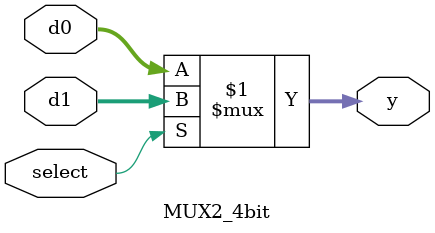
<source format=sv>

module MUX2_4bit (
    input  logic [3:0] d0,      // First 4-bit input (selected when select=0)
    input  logic [3:0] d1,      // Second 4-bit input (selected when select=1)
    input  logic       select,  // Select signal (0=d0, 1=d1)
    output logic [3:0] y        // 4-bit output
);

    // 2-to-1 multiplexer: selects d1 when select=1, otherwise selects d0
    assign y = select ? d1 : d0;
endmodule

</source>
